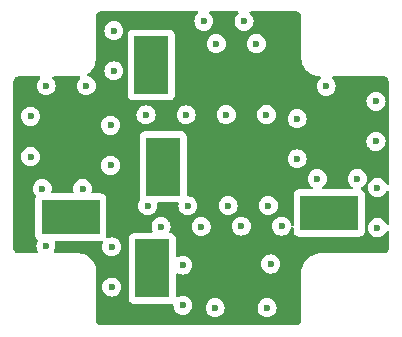
<source format=gbr>
%TF.GenerationSoftware,KiCad,Pcbnew,8.0.7*%
%TF.CreationDate,2025-04-11T02:00:03-04:00*%
%TF.ProjectId,1M_4F,314d5f34-462e-46b6-9963-61645f706362,rev?*%
%TF.SameCoordinates,Original*%
%TF.FileFunction,Copper,L5,Inr*%
%TF.FilePolarity,Positive*%
%FSLAX46Y46*%
G04 Gerber Fmt 4.6, Leading zero omitted, Abs format (unit mm)*
G04 Created by KiCad (PCBNEW 8.0.7) date 2025-04-11 02:00:03*
%MOMM*%
%LPD*%
G01*
G04 APERTURE LIST*
%TA.AperFunction,ComponentPad*%
%ADD10R,3.000000X5.000000*%
%TD*%
%TA.AperFunction,ComponentPad*%
%ADD11R,5.000000X3.000000*%
%TD*%
%TA.AperFunction,ViaPad*%
%ADD12C,0.600000*%
%TD*%
G04 APERTURE END LIST*
D10*
%TO.N,Net-(J1-Pin_1)*%
%TO.C,J1*%
X97207100Y-47653300D03*
D11*
%TO.N,GND*%
X102844600Y-47040800D03*
%TD*%
%TO.N,Net-(J1-Pin_1)*%
%TO.C,J5*%
X89387500Y-51925000D03*
D10*
%TO.N,GND*%
X90000000Y-45287500D03*
%TD*%
%TO.N,Net-(J1-Pin_1)*%
%TO.C,J3*%
X96275000Y-56262500D03*
D11*
%TO.N,GND*%
X102912500Y-56875000D03*
%TD*%
%TO.N,Net-(J1-Pin_1)*%
%TO.C,J4*%
X111262500Y-51575000D03*
D10*
%TO.N,GND*%
X111875000Y-44937500D03*
%TD*%
%TO.N,Net-(J1-Pin_1)*%
%TO.C,J2*%
X96200000Y-39050000D03*
D11*
%TO.N,GND*%
X102837500Y-39662500D03*
%TD*%
D12*
%TO.N,GND*%
X103600000Y-59600000D03*
X108550000Y-48675000D03*
X100000000Y-37250000D03*
X94200000Y-50975000D03*
X93025000Y-37850000D03*
X94050000Y-43275000D03*
X85975000Y-45100000D03*
X98750000Y-57675000D03*
X104400000Y-50950000D03*
X105525000Y-52700000D03*
X89950000Y-54400000D03*
X92750000Y-45850000D03*
X98950000Y-35350000D03*
X95325000Y-52725000D03*
X115350000Y-51125000D03*
X115225000Y-43825000D03*
X115225000Y-47225000D03*
X92750000Y-49250000D03*
X108550000Y-45300000D03*
X100850000Y-43250000D03*
X111950000Y-48675000D03*
X103400000Y-37250000D03*
X97450000Y-43275000D03*
X102125000Y-52700000D03*
X85275000Y-49525000D03*
X97600000Y-50975000D03*
X89000000Y-40800000D03*
X93025000Y-41250000D03*
X92850000Y-59550000D03*
X115350000Y-54525000D03*
X104250000Y-43250000D03*
X112700000Y-40850000D03*
X106300000Y-57600000D03*
X102350000Y-35350000D03*
X88675000Y-49525000D03*
X92850000Y-56150000D03*
X101000000Y-50950000D03*
X108550000Y-41900000D03*
X98725000Y-52725000D03*
X85600000Y-40800000D03*
%TO.N,Net-(J1-Pin_1)*%
X98875000Y-59400000D03*
X102550000Y-43250000D03*
X93025000Y-39550000D03*
X115350000Y-52825000D03*
X100425000Y-52725000D03*
X92750000Y-44150000D03*
X102700000Y-50950000D03*
X105950000Y-43250000D03*
X92850000Y-54450000D03*
X97025000Y-52725000D03*
X108550000Y-47000000D03*
X92850000Y-57850000D03*
X85975000Y-46800000D03*
X106100000Y-50950000D03*
X87300000Y-40800000D03*
X95750000Y-43275000D03*
X87275000Y-54375000D03*
X110250000Y-48675000D03*
X100650000Y-35350000D03*
X106300000Y-55900000D03*
X111000000Y-40850000D03*
X93025000Y-36150000D03*
X103825000Y-52700000D03*
X108550000Y-43600000D03*
X86975000Y-49525000D03*
X115350000Y-49425000D03*
X95900000Y-50975000D03*
X99150000Y-43275000D03*
X92750000Y-47550000D03*
X99300000Y-50975000D03*
X107225000Y-52700000D03*
X106000000Y-59600000D03*
X115225000Y-45525000D03*
X115225000Y-42125000D03*
X90375000Y-49525000D03*
X105100000Y-37250000D03*
X98875000Y-56000000D03*
X90700000Y-40800000D03*
X104050000Y-35350000D03*
X113650000Y-48675000D03*
X101600000Y-59600000D03*
X101700000Y-37250000D03*
X85975000Y-43400000D03*
%TD*%
%TA.AperFunction,Conductor*%
%TO.N,GND*%
G36*
X100135881Y-34520185D02*
G01*
X100181636Y-34572989D01*
X100191580Y-34642147D01*
X100162555Y-34705703D01*
X100152631Y-34715229D01*
X100152662Y-34715260D01*
X100020184Y-34847737D01*
X99924211Y-35000476D01*
X99864631Y-35170745D01*
X99864630Y-35170750D01*
X99844435Y-35349996D01*
X99844435Y-35350003D01*
X99864630Y-35529249D01*
X99864631Y-35529254D01*
X99924211Y-35699523D01*
X99987646Y-35800478D01*
X100020184Y-35852262D01*
X100147738Y-35979816D01*
X100238080Y-36036582D01*
X100268837Y-36055908D01*
X100300478Y-36075789D01*
X100387399Y-36106204D01*
X100470745Y-36135368D01*
X100470750Y-36135369D01*
X100649996Y-36155565D01*
X100650000Y-36155565D01*
X100650004Y-36155565D01*
X100829249Y-36135369D01*
X100829252Y-36135368D01*
X100829255Y-36135368D01*
X100999522Y-36075789D01*
X101152262Y-35979816D01*
X101279816Y-35852262D01*
X101375789Y-35699522D01*
X101435368Y-35529255D01*
X101447204Y-35424211D01*
X101455565Y-35350003D01*
X101455565Y-35349996D01*
X101435369Y-35170750D01*
X101435368Y-35170745D01*
X101375788Y-35000476D01*
X101334086Y-34934108D01*
X101279816Y-34847738D01*
X101152262Y-34720184D01*
X101147338Y-34715260D01*
X101148609Y-34713988D01*
X101113705Y-34664260D01*
X101110855Y-34594448D01*
X101146200Y-34534178D01*
X101208518Y-34502584D01*
X101231158Y-34500500D01*
X103468842Y-34500500D01*
X103535881Y-34520185D01*
X103581636Y-34572989D01*
X103591580Y-34642147D01*
X103562555Y-34705703D01*
X103552631Y-34715229D01*
X103552662Y-34715260D01*
X103420184Y-34847737D01*
X103324211Y-35000476D01*
X103264631Y-35170745D01*
X103264630Y-35170750D01*
X103244435Y-35349996D01*
X103244435Y-35350003D01*
X103264630Y-35529249D01*
X103264631Y-35529254D01*
X103324211Y-35699523D01*
X103387646Y-35800478D01*
X103420184Y-35852262D01*
X103547738Y-35979816D01*
X103638080Y-36036582D01*
X103668837Y-36055908D01*
X103700478Y-36075789D01*
X103787399Y-36106204D01*
X103870745Y-36135368D01*
X103870750Y-36135369D01*
X104049996Y-36155565D01*
X104050000Y-36155565D01*
X104050004Y-36155565D01*
X104229249Y-36135369D01*
X104229252Y-36135368D01*
X104229255Y-36135368D01*
X104399522Y-36075789D01*
X104552262Y-35979816D01*
X104679816Y-35852262D01*
X104775789Y-35699522D01*
X104835368Y-35529255D01*
X104847204Y-35424211D01*
X104855565Y-35350003D01*
X104855565Y-35349996D01*
X104835369Y-35170750D01*
X104835368Y-35170745D01*
X104775788Y-35000476D01*
X104734086Y-34934108D01*
X104679816Y-34847738D01*
X104552262Y-34720184D01*
X104547338Y-34715260D01*
X104548609Y-34713988D01*
X104513705Y-34664260D01*
X104510855Y-34594448D01*
X104546200Y-34534178D01*
X104608518Y-34502584D01*
X104631158Y-34500500D01*
X108334108Y-34500500D01*
X108393038Y-34500500D01*
X108406922Y-34501280D01*
X108497266Y-34511459D01*
X108524331Y-34517636D01*
X108603540Y-34545352D01*
X108628553Y-34557398D01*
X108699606Y-34602043D01*
X108721313Y-34619355D01*
X108780644Y-34678686D01*
X108797957Y-34700395D01*
X108842600Y-34771444D01*
X108854648Y-34796462D01*
X108882362Y-34875666D01*
X108888540Y-34902735D01*
X108898720Y-34993076D01*
X108899500Y-35006961D01*
X108899500Y-38514469D01*
X108932080Y-38741075D01*
X108932083Y-38741085D01*
X108996583Y-38960751D01*
X109091680Y-39168985D01*
X109091693Y-39169008D01*
X109215456Y-39361587D01*
X109215460Y-39361593D01*
X109365384Y-39534615D01*
X109538406Y-39684539D01*
X109538412Y-39684543D01*
X109730991Y-39808306D01*
X109731014Y-39808319D01*
X109939248Y-39903416D01*
X109939252Y-39903417D01*
X109939254Y-39903418D01*
X110158920Y-39967918D01*
X110158921Y-39967918D01*
X110158924Y-39967919D01*
X110226494Y-39977633D01*
X110385530Y-40000500D01*
X110418842Y-40000500D01*
X110485881Y-40020185D01*
X110531636Y-40072989D01*
X110541580Y-40142147D01*
X110512555Y-40205703D01*
X110502631Y-40215229D01*
X110502662Y-40215260D01*
X110370184Y-40347737D01*
X110274211Y-40500476D01*
X110214631Y-40670745D01*
X110214630Y-40670750D01*
X110194435Y-40849996D01*
X110194435Y-40850003D01*
X110214630Y-41029249D01*
X110214631Y-41029254D01*
X110274211Y-41199523D01*
X110338767Y-41302262D01*
X110370184Y-41352262D01*
X110497738Y-41479816D01*
X110650478Y-41575789D01*
X110735573Y-41605565D01*
X110820745Y-41635368D01*
X110820750Y-41635369D01*
X110999996Y-41655565D01*
X111000000Y-41655565D01*
X111000004Y-41655565D01*
X111179249Y-41635369D01*
X111179252Y-41635368D01*
X111179255Y-41635368D01*
X111349522Y-41575789D01*
X111502262Y-41479816D01*
X111629816Y-41352262D01*
X111725789Y-41199522D01*
X111785368Y-41029255D01*
X111791002Y-40979254D01*
X111805565Y-40850003D01*
X111805565Y-40849996D01*
X111785369Y-40670750D01*
X111785368Y-40670745D01*
X111725788Y-40500476D01*
X111684086Y-40434108D01*
X111629816Y-40347738D01*
X111502262Y-40220184D01*
X111497338Y-40215260D01*
X111498609Y-40213988D01*
X111463705Y-40164260D01*
X111460855Y-40094448D01*
X111496200Y-40034178D01*
X111558518Y-40002584D01*
X111581158Y-40000500D01*
X115759108Y-40000500D01*
X115818038Y-40000500D01*
X115831922Y-40001280D01*
X115922266Y-40011459D01*
X115949331Y-40017636D01*
X116028540Y-40045352D01*
X116053553Y-40057398D01*
X116124606Y-40102043D01*
X116146313Y-40119355D01*
X116205644Y-40178686D01*
X116222957Y-40200395D01*
X116267600Y-40271444D01*
X116279648Y-40296462D01*
X116307362Y-40375666D01*
X116313540Y-40402735D01*
X116323720Y-40493076D01*
X116324500Y-40506961D01*
X116324500Y-49056439D01*
X116304815Y-49123478D01*
X116252011Y-49169233D01*
X116182853Y-49179177D01*
X116119297Y-49150152D01*
X116083459Y-49097395D01*
X116075790Y-49075479D01*
X115979815Y-48922737D01*
X115852262Y-48795184D01*
X115699523Y-48699211D01*
X115529254Y-48639631D01*
X115529249Y-48639630D01*
X115350004Y-48619435D01*
X115349996Y-48619435D01*
X115170750Y-48639630D01*
X115170745Y-48639631D01*
X115000476Y-48699211D01*
X114847737Y-48795184D01*
X114720184Y-48922737D01*
X114624211Y-49075476D01*
X114564631Y-49245745D01*
X114564630Y-49245750D01*
X114544435Y-49424996D01*
X114544435Y-49425003D01*
X114564630Y-49604249D01*
X114564631Y-49604254D01*
X114624211Y-49774523D01*
X114687045Y-49874522D01*
X114720184Y-49927262D01*
X114847738Y-50054816D01*
X114938080Y-50111582D01*
X114999438Y-50150136D01*
X115000478Y-50150789D01*
X115091572Y-50182664D01*
X115170745Y-50210368D01*
X115170750Y-50210369D01*
X115349996Y-50230565D01*
X115350000Y-50230565D01*
X115350004Y-50230565D01*
X115529249Y-50210369D01*
X115529252Y-50210368D01*
X115529255Y-50210368D01*
X115699522Y-50150789D01*
X115852262Y-50054816D01*
X115979816Y-49927262D01*
X116075789Y-49774522D01*
X116083458Y-49752606D01*
X116124180Y-49695830D01*
X116189132Y-49670082D01*
X116257694Y-49683538D01*
X116308097Y-49731925D01*
X116324500Y-49793560D01*
X116324500Y-52456439D01*
X116304815Y-52523478D01*
X116252011Y-52569233D01*
X116182853Y-52579177D01*
X116119297Y-52550152D01*
X116083459Y-52497395D01*
X116075790Y-52475479D01*
X116012955Y-52375478D01*
X115979816Y-52322738D01*
X115852262Y-52195184D01*
X115699523Y-52099211D01*
X115529254Y-52039631D01*
X115529249Y-52039630D01*
X115350004Y-52019435D01*
X115349996Y-52019435D01*
X115170750Y-52039630D01*
X115170745Y-52039631D01*
X115000476Y-52099211D01*
X114847737Y-52195184D01*
X114720184Y-52322737D01*
X114624211Y-52475476D01*
X114564631Y-52645745D01*
X114564630Y-52645750D01*
X114544435Y-52824996D01*
X114544435Y-52825003D01*
X114564630Y-53004249D01*
X114564631Y-53004254D01*
X114624211Y-53174523D01*
X114683204Y-53268409D01*
X114720184Y-53327262D01*
X114847738Y-53454816D01*
X115000478Y-53550789D01*
X115071098Y-53575500D01*
X115170745Y-53610368D01*
X115170750Y-53610369D01*
X115349996Y-53630565D01*
X115350000Y-53630565D01*
X115350004Y-53630565D01*
X115529249Y-53610369D01*
X115529252Y-53610368D01*
X115529255Y-53610368D01*
X115699522Y-53550789D01*
X115852262Y-53454816D01*
X115979816Y-53327262D01*
X116075789Y-53174522D01*
X116083458Y-53152606D01*
X116124180Y-53095830D01*
X116189132Y-53070082D01*
X116257694Y-53083538D01*
X116308097Y-53131925D01*
X116324500Y-53193560D01*
X116324500Y-54493038D01*
X116323720Y-54506923D01*
X116313540Y-54597264D01*
X116307362Y-54624333D01*
X116279648Y-54703537D01*
X116267600Y-54728555D01*
X116222957Y-54799604D01*
X116205644Y-54821313D01*
X116146313Y-54880644D01*
X116124604Y-54897957D01*
X116053555Y-54942600D01*
X116028537Y-54954648D01*
X115949333Y-54982362D01*
X115922264Y-54988540D01*
X115842075Y-54997576D01*
X115831921Y-54998720D01*
X115818038Y-54999500D01*
X115759108Y-54999500D01*
X115759106Y-54999500D01*
X115759034Y-54999510D01*
X115742847Y-55000571D01*
X110583899Y-55000571D01*
X110583871Y-55000569D01*
X110560716Y-55000569D01*
X110560712Y-55000568D01*
X110394886Y-55000571D01*
X110394878Y-55000572D01*
X110168289Y-55033157D01*
X110168288Y-55033157D01*
X109948620Y-55097661D01*
X109740373Y-55192767D01*
X109740367Y-55192771D01*
X109547785Y-55316537D01*
X109547781Y-55316540D01*
X109374761Y-55466463D01*
X109224839Y-55639482D01*
X109101070Y-55832069D01*
X109101061Y-55832087D01*
X109005960Y-56040323D01*
X108965164Y-56179254D01*
X108951057Y-56227297D01*
X108941458Y-56259985D01*
X108941455Y-56259996D01*
X108908872Y-56486579D01*
X108908556Y-56491005D01*
X108907945Y-56490961D01*
X108904647Y-56515964D01*
X108899501Y-56535171D01*
X108899500Y-56535180D01*
X108899500Y-60593038D01*
X108898720Y-60606923D01*
X108888540Y-60697264D01*
X108882362Y-60724333D01*
X108854648Y-60803537D01*
X108842600Y-60828555D01*
X108797957Y-60899604D01*
X108780644Y-60921313D01*
X108721313Y-60980644D01*
X108699604Y-60997957D01*
X108628555Y-61042600D01*
X108603537Y-61054648D01*
X108524333Y-61082362D01*
X108497264Y-61088540D01*
X108417075Y-61097576D01*
X108406921Y-61098720D01*
X108393038Y-61099500D01*
X92006962Y-61099500D01*
X91993078Y-61098720D01*
X91980553Y-61097308D01*
X91902735Y-61088540D01*
X91875666Y-61082362D01*
X91796462Y-61054648D01*
X91771444Y-61042600D01*
X91700395Y-60997957D01*
X91678686Y-60980644D01*
X91619355Y-60921313D01*
X91602042Y-60899604D01*
X91557399Y-60828555D01*
X91545351Y-60803537D01*
X91517637Y-60724333D01*
X91511459Y-60697263D01*
X91501280Y-60606922D01*
X91500500Y-60593038D01*
X91500500Y-57849996D01*
X92044435Y-57849996D01*
X92044435Y-57850003D01*
X92064630Y-58029249D01*
X92064631Y-58029254D01*
X92124211Y-58199523D01*
X92220184Y-58352262D01*
X92347738Y-58479816D01*
X92500478Y-58575789D01*
X92611479Y-58614630D01*
X92670745Y-58635368D01*
X92670750Y-58635369D01*
X92849996Y-58655565D01*
X92850000Y-58655565D01*
X92850004Y-58655565D01*
X93029249Y-58635369D01*
X93029252Y-58635368D01*
X93029255Y-58635368D01*
X93199522Y-58575789D01*
X93352262Y-58479816D01*
X93479816Y-58352262D01*
X93575789Y-58199522D01*
X93635368Y-58029255D01*
X93655565Y-57850000D01*
X93635368Y-57670745D01*
X93575789Y-57500478D01*
X93479816Y-57347738D01*
X93352262Y-57220184D01*
X93199523Y-57124211D01*
X93029254Y-57064631D01*
X93029249Y-57064630D01*
X92850004Y-57044435D01*
X92849996Y-57044435D01*
X92670750Y-57064630D01*
X92670745Y-57064631D01*
X92500476Y-57124211D01*
X92347737Y-57220184D01*
X92220184Y-57347737D01*
X92124211Y-57500476D01*
X92064631Y-57670745D01*
X92064630Y-57670750D01*
X92044435Y-57849996D01*
X91500500Y-57849996D01*
X91500500Y-56618249D01*
X91504723Y-56586162D01*
X91509871Y-56566949D01*
X91509870Y-56552478D01*
X91509929Y-56552275D01*
X91509928Y-56501056D01*
X91509929Y-56501056D01*
X91509926Y-56393736D01*
X91479373Y-56181282D01*
X91418896Y-55975338D01*
X91329726Y-55780097D01*
X91213677Y-55599534D01*
X91073113Y-55437324D01*
X91073111Y-55437322D01*
X90910897Y-55296771D01*
X90910892Y-55296768D01*
X90730331Y-55180735D01*
X90730328Y-55180733D01*
X90719501Y-55175789D01*
X90703459Y-55168463D01*
X90535076Y-55091570D01*
X90329133Y-55031108D01*
X90116680Y-55000568D01*
X90116674Y-55000568D01*
X90009353Y-55000571D01*
X88051697Y-55000571D01*
X87984658Y-54980886D01*
X87938903Y-54928082D01*
X87928959Y-54858924D01*
X87946703Y-54810599D01*
X87953612Y-54799604D01*
X88000789Y-54724522D01*
X88060368Y-54554255D01*
X88066481Y-54500000D01*
X88080565Y-54375003D01*
X88080565Y-54374996D01*
X88060369Y-54195750D01*
X88060368Y-54195745D01*
X88027029Y-54100469D01*
X88023524Y-54090453D01*
X88019964Y-54020675D01*
X88054693Y-53960047D01*
X88116686Y-53927820D01*
X88140567Y-53925499D01*
X91935371Y-53925499D01*
X91935372Y-53925499D01*
X91994983Y-53919091D01*
X91994984Y-53919090D01*
X92001650Y-53918374D01*
X92070410Y-53930781D01*
X92121546Y-53978391D01*
X92138825Y-54046091D01*
X92126624Y-54095465D01*
X92124213Y-54100469D01*
X92064631Y-54270745D01*
X92064630Y-54270750D01*
X92044435Y-54449996D01*
X92044435Y-54450003D01*
X92064630Y-54629249D01*
X92064631Y-54629254D01*
X92124211Y-54799523D01*
X92173058Y-54877262D01*
X92220184Y-54952262D01*
X92347738Y-55079816D01*
X92438080Y-55136582D01*
X92497966Y-55174211D01*
X92500478Y-55175789D01*
X92611479Y-55214630D01*
X92670745Y-55235368D01*
X92670750Y-55235369D01*
X92849996Y-55255565D01*
X92850000Y-55255565D01*
X92850004Y-55255565D01*
X93029249Y-55235369D01*
X93029252Y-55235368D01*
X93029255Y-55235368D01*
X93199522Y-55175789D01*
X93352262Y-55079816D01*
X93479816Y-54952262D01*
X93575789Y-54799522D01*
X93635368Y-54629255D01*
X93637840Y-54607318D01*
X93655565Y-54450003D01*
X93655565Y-54449996D01*
X93635369Y-54270750D01*
X93635368Y-54270745D01*
X93575788Y-54100476D01*
X93525645Y-54020675D01*
X93479816Y-53947738D01*
X93352262Y-53820184D01*
X93292357Y-53782543D01*
X93199523Y-53724211D01*
X93172157Y-53714635D01*
X94274500Y-53714635D01*
X94274500Y-58810370D01*
X94274501Y-58810376D01*
X94280908Y-58869983D01*
X94331202Y-59004828D01*
X94331206Y-59004835D01*
X94417452Y-59120044D01*
X94417455Y-59120047D01*
X94532664Y-59206293D01*
X94532671Y-59206297D01*
X94667517Y-59256591D01*
X94667516Y-59256591D01*
X94674444Y-59257335D01*
X94727127Y-59263000D01*
X97822872Y-59262999D01*
X97873026Y-59257607D01*
X97882484Y-59256591D01*
X97891966Y-59253053D01*
X97905342Y-59248064D01*
X97975032Y-59243078D01*
X98036356Y-59276561D01*
X98069843Y-59337883D01*
X98071899Y-59378125D01*
X98069435Y-59400000D01*
X98069435Y-59400003D01*
X98089630Y-59579249D01*
X98089631Y-59579254D01*
X98149211Y-59749523D01*
X98245184Y-59902262D01*
X98372738Y-60029816D01*
X98525478Y-60125789D01*
X98695745Y-60185368D01*
X98695750Y-60185369D01*
X98874996Y-60205565D01*
X98875000Y-60205565D01*
X98875004Y-60205565D01*
X99054249Y-60185369D01*
X99054252Y-60185368D01*
X99054255Y-60185368D01*
X99224522Y-60125789D01*
X99377262Y-60029816D01*
X99504816Y-59902262D01*
X99600789Y-59749522D01*
X99653110Y-59599996D01*
X100794435Y-59599996D01*
X100794435Y-59600003D01*
X100814630Y-59779249D01*
X100814631Y-59779254D01*
X100874211Y-59949523D01*
X100924662Y-60029815D01*
X100970184Y-60102262D01*
X101097738Y-60229816D01*
X101250478Y-60325789D01*
X101420745Y-60385368D01*
X101420750Y-60385369D01*
X101599996Y-60405565D01*
X101600000Y-60405565D01*
X101600004Y-60405565D01*
X101779249Y-60385369D01*
X101779252Y-60385368D01*
X101779255Y-60385368D01*
X101949522Y-60325789D01*
X102102262Y-60229816D01*
X102229816Y-60102262D01*
X102325789Y-59949522D01*
X102385368Y-59779255D01*
X102405565Y-59600000D01*
X102405565Y-59599996D01*
X105194435Y-59599996D01*
X105194435Y-59600003D01*
X105214630Y-59779249D01*
X105214631Y-59779254D01*
X105274211Y-59949523D01*
X105324662Y-60029815D01*
X105370184Y-60102262D01*
X105497738Y-60229816D01*
X105650478Y-60325789D01*
X105820745Y-60385368D01*
X105820750Y-60385369D01*
X105999996Y-60405565D01*
X106000000Y-60405565D01*
X106000004Y-60405565D01*
X106179249Y-60385369D01*
X106179252Y-60385368D01*
X106179255Y-60385368D01*
X106349522Y-60325789D01*
X106502262Y-60229816D01*
X106629816Y-60102262D01*
X106725789Y-59949522D01*
X106785368Y-59779255D01*
X106805565Y-59600000D01*
X106785368Y-59420745D01*
X106725789Y-59250478D01*
X106707106Y-59220745D01*
X106648726Y-59127833D01*
X106629816Y-59097738D01*
X106502262Y-58970184D01*
X106349523Y-58874211D01*
X106179254Y-58814631D01*
X106179249Y-58814630D01*
X106000004Y-58794435D01*
X105999996Y-58794435D01*
X105820750Y-58814630D01*
X105820745Y-58814631D01*
X105650476Y-58874211D01*
X105497737Y-58970184D01*
X105370184Y-59097737D01*
X105274211Y-59250476D01*
X105214631Y-59420745D01*
X105214630Y-59420750D01*
X105194435Y-59599996D01*
X102405565Y-59599996D01*
X102385368Y-59420745D01*
X102325789Y-59250478D01*
X102307106Y-59220745D01*
X102248726Y-59127833D01*
X102229816Y-59097738D01*
X102102262Y-58970184D01*
X101949523Y-58874211D01*
X101779254Y-58814631D01*
X101779249Y-58814630D01*
X101600004Y-58794435D01*
X101599996Y-58794435D01*
X101420750Y-58814630D01*
X101420745Y-58814631D01*
X101250476Y-58874211D01*
X101097737Y-58970184D01*
X100970184Y-59097737D01*
X100874211Y-59250476D01*
X100814631Y-59420745D01*
X100814630Y-59420750D01*
X100794435Y-59599996D01*
X99653110Y-59599996D01*
X99660368Y-59579255D01*
X99680565Y-59400000D01*
X99678100Y-59378125D01*
X99660369Y-59220750D01*
X99660368Y-59220745D01*
X99617326Y-59097738D01*
X99600789Y-59050478D01*
X99504816Y-58897738D01*
X99377262Y-58770184D01*
X99284528Y-58711915D01*
X99224523Y-58674211D01*
X99054254Y-58614631D01*
X99054249Y-58614630D01*
X98875004Y-58594435D01*
X98874996Y-58594435D01*
X98695750Y-58614630D01*
X98695745Y-58614631D01*
X98525474Y-58674212D01*
X98465470Y-58711915D01*
X98398233Y-58730915D01*
X98331398Y-58710547D01*
X98286185Y-58657279D01*
X98275499Y-58606925D01*
X98275499Y-56793077D01*
X98295184Y-56726039D01*
X98347988Y-56680284D01*
X98417146Y-56670340D01*
X98465470Y-56688083D01*
X98525478Y-56725789D01*
X98695745Y-56785368D01*
X98695750Y-56785369D01*
X98874996Y-56805565D01*
X98875000Y-56805565D01*
X98875004Y-56805565D01*
X99054249Y-56785369D01*
X99054252Y-56785368D01*
X99054255Y-56785368D01*
X99224522Y-56725789D01*
X99377262Y-56629816D01*
X99504816Y-56502262D01*
X99600789Y-56349522D01*
X99660368Y-56179255D01*
X99668110Y-56110543D01*
X99680565Y-56000003D01*
X99680565Y-55999996D01*
X99669298Y-55899996D01*
X105494435Y-55899996D01*
X105494435Y-55900003D01*
X105514630Y-56079249D01*
X105514631Y-56079254D01*
X105574211Y-56249523D01*
X105580785Y-56259985D01*
X105670184Y-56402262D01*
X105797738Y-56529816D01*
X105950478Y-56625789D01*
X106106216Y-56680284D01*
X106120745Y-56685368D01*
X106120750Y-56685369D01*
X106299996Y-56705565D01*
X106300000Y-56705565D01*
X106300004Y-56705565D01*
X106479249Y-56685369D01*
X106479252Y-56685368D01*
X106479255Y-56685368D01*
X106649522Y-56625789D01*
X106802262Y-56529816D01*
X106929816Y-56402262D01*
X107025789Y-56249522D01*
X107085368Y-56079255D01*
X107094121Y-56001571D01*
X107105565Y-55900003D01*
X107105565Y-55899996D01*
X107085369Y-55720750D01*
X107085368Y-55720745D01*
X107079607Y-55704281D01*
X107025789Y-55550478D01*
X106929816Y-55397738D01*
X106802262Y-55270184D01*
X106778996Y-55255565D01*
X106649523Y-55174211D01*
X106479254Y-55114631D01*
X106479249Y-55114630D01*
X106300004Y-55094435D01*
X106299996Y-55094435D01*
X106120750Y-55114630D01*
X106120745Y-55114631D01*
X105950476Y-55174211D01*
X105797737Y-55270184D01*
X105670184Y-55397737D01*
X105574211Y-55550476D01*
X105514631Y-55720745D01*
X105514630Y-55720750D01*
X105494435Y-55899996D01*
X99669298Y-55899996D01*
X99660369Y-55820750D01*
X99660368Y-55820745D01*
X99600788Y-55650476D01*
X99537955Y-55550478D01*
X99504816Y-55497738D01*
X99377262Y-55370184D01*
X99314766Y-55330915D01*
X99224523Y-55274211D01*
X99054254Y-55214631D01*
X99054249Y-55214630D01*
X98875004Y-55194435D01*
X98874996Y-55194435D01*
X98695750Y-55214630D01*
X98695745Y-55214631D01*
X98525474Y-55274212D01*
X98465470Y-55311915D01*
X98398233Y-55330915D01*
X98331398Y-55310547D01*
X98286185Y-55257279D01*
X98275499Y-55206921D01*
X98275499Y-53714629D01*
X98275498Y-53714623D01*
X98275497Y-53714616D01*
X98269091Y-53655017D01*
X98265144Y-53644435D01*
X98218797Y-53520171D01*
X98218793Y-53520164D01*
X98132547Y-53404955D01*
X98132544Y-53404952D01*
X98017335Y-53318706D01*
X98017328Y-53318702D01*
X97882482Y-53268408D01*
X97882484Y-53268408D01*
X97842333Y-53264092D01*
X97777782Y-53237354D01*
X97737934Y-53179961D01*
X97735441Y-53110136D01*
X97747989Y-53080901D01*
X97747769Y-53080795D01*
X97750217Y-53075710D01*
X97750596Y-53074829D01*
X97750789Y-53074522D01*
X97810368Y-52904255D01*
X97813185Y-52879254D01*
X97830565Y-52725003D01*
X97830565Y-52724996D01*
X99619435Y-52724996D01*
X99619435Y-52725003D01*
X99639630Y-52904249D01*
X99639631Y-52904254D01*
X99699211Y-53074523D01*
X99779475Y-53202262D01*
X99795184Y-53227262D01*
X99922738Y-53354816D01*
X100075478Y-53450789D01*
X100174299Y-53485368D01*
X100245745Y-53510368D01*
X100245750Y-53510369D01*
X100424996Y-53530565D01*
X100425000Y-53530565D01*
X100425004Y-53530565D01*
X100604249Y-53510369D01*
X100604252Y-53510368D01*
X100604255Y-53510368D01*
X100774522Y-53450789D01*
X100927262Y-53354816D01*
X101054816Y-53227262D01*
X101150789Y-53074522D01*
X101210368Y-52904255D01*
X101213185Y-52879254D01*
X101230565Y-52725003D01*
X101230565Y-52724996D01*
X101227748Y-52699996D01*
X103019435Y-52699996D01*
X103019435Y-52700003D01*
X103039630Y-52879249D01*
X103039631Y-52879254D01*
X103099211Y-53049523D01*
X103150988Y-53131925D01*
X103195184Y-53202262D01*
X103322738Y-53329816D01*
X103475478Y-53425789D01*
X103610045Y-53472876D01*
X103645745Y-53485368D01*
X103645750Y-53485369D01*
X103824996Y-53505565D01*
X103825000Y-53505565D01*
X103825004Y-53505565D01*
X104004249Y-53485369D01*
X104004252Y-53485368D01*
X104004255Y-53485368D01*
X104174522Y-53425789D01*
X104327262Y-53329816D01*
X104454816Y-53202262D01*
X104550789Y-53049522D01*
X104610368Y-52879255D01*
X104616481Y-52825000D01*
X104630565Y-52700003D01*
X104630565Y-52699996D01*
X106419435Y-52699996D01*
X106419435Y-52700003D01*
X106439630Y-52879249D01*
X106439631Y-52879254D01*
X106499211Y-53049523D01*
X106550988Y-53131925D01*
X106595184Y-53202262D01*
X106722738Y-53329816D01*
X106875478Y-53425789D01*
X107010045Y-53472876D01*
X107045745Y-53485368D01*
X107045750Y-53485369D01*
X107224996Y-53505565D01*
X107225000Y-53505565D01*
X107225004Y-53505565D01*
X107404249Y-53485369D01*
X107404252Y-53485368D01*
X107404255Y-53485368D01*
X107574522Y-53425789D01*
X107727262Y-53329816D01*
X107854816Y-53202262D01*
X107950789Y-53049522D01*
X108010368Y-52879255D01*
X108014780Y-52840092D01*
X108041845Y-52775682D01*
X108099439Y-52736125D01*
X108169276Y-52733986D01*
X108229183Y-52769943D01*
X108260140Y-52832580D01*
X108262000Y-52853977D01*
X108262000Y-53122870D01*
X108262001Y-53122876D01*
X108268408Y-53182483D01*
X108318702Y-53317328D01*
X108318706Y-53317335D01*
X108404952Y-53432544D01*
X108404955Y-53432547D01*
X108520164Y-53518793D01*
X108520171Y-53518797D01*
X108655017Y-53569091D01*
X108655016Y-53569091D01*
X108661944Y-53569835D01*
X108714627Y-53575500D01*
X113810372Y-53575499D01*
X113869983Y-53569091D01*
X114004831Y-53518796D01*
X114120046Y-53432546D01*
X114206296Y-53317331D01*
X114256591Y-53182483D01*
X114263000Y-53122873D01*
X114262999Y-50027128D01*
X114256591Y-49967517D01*
X114206296Y-49832669D01*
X114206295Y-49832668D01*
X114206293Y-49832664D01*
X114120047Y-49717455D01*
X114120044Y-49717452D01*
X114004835Y-49631206D01*
X114004824Y-49631200D01*
X114004791Y-49631188D01*
X114004762Y-49631166D01*
X113997046Y-49626953D01*
X113997652Y-49625843D01*
X113948860Y-49589313D01*
X113924447Y-49523847D01*
X113939304Y-49455575D01*
X113988712Y-49406173D01*
X113994336Y-49403286D01*
X113999514Y-49400791D01*
X113999522Y-49400789D01*
X114152262Y-49304816D01*
X114279816Y-49177262D01*
X114375789Y-49024522D01*
X114435368Y-48854255D01*
X114448283Y-48739630D01*
X114455565Y-48675003D01*
X114455565Y-48674996D01*
X114435369Y-48495750D01*
X114435368Y-48495745D01*
X114379250Y-48335369D01*
X114375789Y-48325478D01*
X114279816Y-48172738D01*
X114152262Y-48045184D01*
X113999523Y-47949211D01*
X113829254Y-47889631D01*
X113829249Y-47889630D01*
X113650004Y-47869435D01*
X113649996Y-47869435D01*
X113470750Y-47889630D01*
X113470745Y-47889631D01*
X113300476Y-47949211D01*
X113147737Y-48045184D01*
X113020184Y-48172737D01*
X112924211Y-48325476D01*
X112864631Y-48495745D01*
X112864630Y-48495750D01*
X112844435Y-48674996D01*
X112844435Y-48675003D01*
X112864630Y-48854249D01*
X112864631Y-48854254D01*
X112924211Y-49024523D01*
X113020184Y-49177262D01*
X113147739Y-49304817D01*
X113212496Y-49345507D01*
X113258787Y-49397842D01*
X113269434Y-49466895D01*
X113241059Y-49530743D01*
X113182669Y-49569115D01*
X113146523Y-49574500D01*
X110753475Y-49574500D01*
X110686436Y-49554815D01*
X110640681Y-49502011D01*
X110630737Y-49432853D01*
X110659762Y-49369297D01*
X110687504Y-49345506D01*
X110752259Y-49304818D01*
X110752259Y-49304817D01*
X110752262Y-49304816D01*
X110879816Y-49177262D01*
X110975789Y-49024522D01*
X111035368Y-48854255D01*
X111048283Y-48739630D01*
X111055565Y-48675003D01*
X111055565Y-48674996D01*
X111035369Y-48495750D01*
X111035368Y-48495745D01*
X110979250Y-48335369D01*
X110975789Y-48325478D01*
X110879816Y-48172738D01*
X110752262Y-48045184D01*
X110599523Y-47949211D01*
X110429254Y-47889631D01*
X110429249Y-47889630D01*
X110250004Y-47869435D01*
X110249996Y-47869435D01*
X110070750Y-47889630D01*
X110070745Y-47889631D01*
X109900476Y-47949211D01*
X109747737Y-48045184D01*
X109620184Y-48172737D01*
X109524211Y-48325476D01*
X109464631Y-48495745D01*
X109464630Y-48495750D01*
X109444435Y-48674996D01*
X109444435Y-48675003D01*
X109464630Y-48854249D01*
X109464631Y-48854254D01*
X109524211Y-49024523D01*
X109620184Y-49177262D01*
X109747740Y-49304818D01*
X109812496Y-49345506D01*
X109858788Y-49397840D01*
X109869437Y-49466894D01*
X109841062Y-49530742D01*
X109782672Y-49569114D01*
X109746525Y-49574500D01*
X108714629Y-49574500D01*
X108714623Y-49574501D01*
X108655016Y-49580908D01*
X108520171Y-49631202D01*
X108520164Y-49631206D01*
X108404955Y-49717452D01*
X108404952Y-49717455D01*
X108318706Y-49832664D01*
X108318702Y-49832671D01*
X108268408Y-49967517D01*
X108262001Y-50027116D01*
X108262001Y-50027123D01*
X108262000Y-50027135D01*
X108262000Y-52546021D01*
X108242315Y-52613060D01*
X108189511Y-52658815D01*
X108120353Y-52668759D01*
X108056797Y-52639734D01*
X108019023Y-52580956D01*
X108014781Y-52559912D01*
X108010368Y-52520745D01*
X107950789Y-52350478D01*
X107854816Y-52197738D01*
X107727262Y-52070184D01*
X107678639Y-52039632D01*
X107574523Y-51974211D01*
X107404254Y-51914631D01*
X107404249Y-51914630D01*
X107225004Y-51894435D01*
X107224996Y-51894435D01*
X107045750Y-51914630D01*
X107045745Y-51914631D01*
X106875476Y-51974211D01*
X106722737Y-52070184D01*
X106595184Y-52197737D01*
X106499211Y-52350476D01*
X106439631Y-52520745D01*
X106439630Y-52520750D01*
X106419435Y-52699996D01*
X104630565Y-52699996D01*
X104610369Y-52520750D01*
X104610368Y-52520745D01*
X104550788Y-52350476D01*
X104511582Y-52288080D01*
X104454816Y-52197738D01*
X104327262Y-52070184D01*
X104278639Y-52039632D01*
X104174523Y-51974211D01*
X104004254Y-51914631D01*
X104004249Y-51914630D01*
X103825004Y-51894435D01*
X103824996Y-51894435D01*
X103645750Y-51914630D01*
X103645745Y-51914631D01*
X103475476Y-51974211D01*
X103322737Y-52070184D01*
X103195184Y-52197737D01*
X103099211Y-52350476D01*
X103039631Y-52520745D01*
X103039630Y-52520750D01*
X103019435Y-52699996D01*
X101227748Y-52699996D01*
X101210369Y-52545750D01*
X101210368Y-52545745D01*
X101185781Y-52475479D01*
X101150789Y-52375478D01*
X101135080Y-52350478D01*
X101054815Y-52222737D01*
X100927262Y-52095184D01*
X100774523Y-51999211D01*
X100604254Y-51939631D01*
X100604249Y-51939630D01*
X100425004Y-51919435D01*
X100424996Y-51919435D01*
X100245750Y-51939630D01*
X100245745Y-51939631D01*
X100075476Y-51999211D01*
X99922737Y-52095184D01*
X99795184Y-52222737D01*
X99699211Y-52375476D01*
X99639631Y-52545745D01*
X99639630Y-52545750D01*
X99619435Y-52724996D01*
X97830565Y-52724996D01*
X97810369Y-52545750D01*
X97810368Y-52545745D01*
X97785781Y-52475479D01*
X97750789Y-52375478D01*
X97735080Y-52350478D01*
X97654815Y-52222737D01*
X97527262Y-52095184D01*
X97374523Y-51999211D01*
X97204254Y-51939631D01*
X97204249Y-51939630D01*
X97025004Y-51919435D01*
X97024996Y-51919435D01*
X96845750Y-51939630D01*
X96845745Y-51939631D01*
X96675476Y-51999211D01*
X96522737Y-52095184D01*
X96395184Y-52222737D01*
X96299211Y-52375476D01*
X96239631Y-52545745D01*
X96239630Y-52545750D01*
X96219435Y-52724996D01*
X96219435Y-52725003D01*
X96239630Y-52904249D01*
X96239631Y-52904254D01*
X96299213Y-53074529D01*
X96302231Y-53080795D01*
X96300375Y-53081688D01*
X96316642Y-53139281D01*
X96296266Y-53206113D01*
X96242993Y-53251320D01*
X96192649Y-53262000D01*
X94727129Y-53262000D01*
X94727123Y-53262001D01*
X94667516Y-53268408D01*
X94532671Y-53318702D01*
X94532664Y-53318706D01*
X94417455Y-53404952D01*
X94417452Y-53404955D01*
X94331206Y-53520164D01*
X94331202Y-53520171D01*
X94280908Y-53655017D01*
X94274501Y-53714616D01*
X94274501Y-53714623D01*
X94274500Y-53714635D01*
X93172157Y-53714635D01*
X93029254Y-53664631D01*
X93029249Y-53664630D01*
X92850004Y-53644435D01*
X92849996Y-53644435D01*
X92670750Y-53664630D01*
X92670742Y-53664632D01*
X92531019Y-53713523D01*
X92461240Y-53717084D01*
X92400613Y-53682355D01*
X92368386Y-53620361D01*
X92373884Y-53553146D01*
X92374764Y-53550788D01*
X92381591Y-53532483D01*
X92388000Y-53472873D01*
X92387999Y-50974996D01*
X95094435Y-50974996D01*
X95094435Y-50975003D01*
X95114630Y-51154249D01*
X95114631Y-51154254D01*
X95174211Y-51324523D01*
X95254475Y-51452262D01*
X95270184Y-51477262D01*
X95397738Y-51604816D01*
X95550478Y-51700789D01*
X95649299Y-51735368D01*
X95720745Y-51760368D01*
X95720750Y-51760369D01*
X95899996Y-51780565D01*
X95900000Y-51780565D01*
X95900004Y-51780565D01*
X96079249Y-51760369D01*
X96079252Y-51760368D01*
X96079255Y-51760368D01*
X96249522Y-51700789D01*
X96402262Y-51604816D01*
X96529816Y-51477262D01*
X96625789Y-51324522D01*
X96685368Y-51154255D01*
X96688185Y-51129254D01*
X96705565Y-50975003D01*
X96705565Y-50974996D01*
X96684911Y-50791682D01*
X96696966Y-50722860D01*
X96744315Y-50671481D01*
X96808131Y-50653799D01*
X98391869Y-50653799D01*
X98458908Y-50673484D01*
X98504663Y-50726288D01*
X98515089Y-50791682D01*
X98494435Y-50974996D01*
X98494435Y-50975003D01*
X98514630Y-51154249D01*
X98514631Y-51154254D01*
X98574211Y-51324523D01*
X98654475Y-51452262D01*
X98670184Y-51477262D01*
X98797738Y-51604816D01*
X98950478Y-51700789D01*
X99049299Y-51735368D01*
X99120745Y-51760368D01*
X99120750Y-51760369D01*
X99299996Y-51780565D01*
X99300000Y-51780565D01*
X99300004Y-51780565D01*
X99479249Y-51760369D01*
X99479252Y-51760368D01*
X99479255Y-51760368D01*
X99649522Y-51700789D01*
X99802262Y-51604816D01*
X99929816Y-51477262D01*
X100025789Y-51324522D01*
X100085368Y-51154255D01*
X100088185Y-51129254D01*
X100105565Y-50975003D01*
X100105565Y-50974996D01*
X100102748Y-50949996D01*
X101894435Y-50949996D01*
X101894435Y-50950003D01*
X101914630Y-51129249D01*
X101914631Y-51129254D01*
X101974211Y-51299523D01*
X101989920Y-51324523D01*
X102070184Y-51452262D01*
X102197738Y-51579816D01*
X102350478Y-51675789D01*
X102421924Y-51700789D01*
X102520745Y-51735368D01*
X102520750Y-51735369D01*
X102699996Y-51755565D01*
X102700000Y-51755565D01*
X102700004Y-51755565D01*
X102879249Y-51735369D01*
X102879252Y-51735368D01*
X102879255Y-51735368D01*
X103049522Y-51675789D01*
X103202262Y-51579816D01*
X103329816Y-51452262D01*
X103425789Y-51299522D01*
X103485368Y-51129255D01*
X103502748Y-50975003D01*
X103505565Y-50950003D01*
X103505565Y-50949996D01*
X105294435Y-50949996D01*
X105294435Y-50950003D01*
X105314630Y-51129249D01*
X105314631Y-51129254D01*
X105374211Y-51299523D01*
X105389920Y-51324523D01*
X105470184Y-51452262D01*
X105597738Y-51579816D01*
X105750478Y-51675789D01*
X105821924Y-51700789D01*
X105920745Y-51735368D01*
X105920750Y-51735369D01*
X106099996Y-51755565D01*
X106100000Y-51755565D01*
X106100004Y-51755565D01*
X106279249Y-51735369D01*
X106279252Y-51735368D01*
X106279255Y-51735368D01*
X106449522Y-51675789D01*
X106602262Y-51579816D01*
X106729816Y-51452262D01*
X106825789Y-51299522D01*
X106885368Y-51129255D01*
X106902748Y-50975003D01*
X106905565Y-50950003D01*
X106905565Y-50949996D01*
X106885369Y-50770750D01*
X106885368Y-50770745D01*
X106825788Y-50600476D01*
X106764399Y-50502776D01*
X106729816Y-50447738D01*
X106602262Y-50320184D01*
X106449523Y-50224211D01*
X106279254Y-50164631D01*
X106279249Y-50164630D01*
X106100004Y-50144435D01*
X106099996Y-50144435D01*
X105920750Y-50164630D01*
X105920745Y-50164631D01*
X105750476Y-50224211D01*
X105597737Y-50320184D01*
X105470184Y-50447737D01*
X105374211Y-50600476D01*
X105314631Y-50770745D01*
X105314630Y-50770750D01*
X105294435Y-50949996D01*
X103505565Y-50949996D01*
X103485369Y-50770750D01*
X103485368Y-50770745D01*
X103425788Y-50600476D01*
X103364399Y-50502776D01*
X103329816Y-50447738D01*
X103202262Y-50320184D01*
X103049523Y-50224211D01*
X102879254Y-50164631D01*
X102879249Y-50164630D01*
X102700004Y-50144435D01*
X102699996Y-50144435D01*
X102520750Y-50164630D01*
X102520745Y-50164631D01*
X102350476Y-50224211D01*
X102197737Y-50320184D01*
X102070184Y-50447737D01*
X101974211Y-50600476D01*
X101914631Y-50770745D01*
X101914630Y-50770750D01*
X101894435Y-50949996D01*
X100102748Y-50949996D01*
X100085369Y-50795750D01*
X100085368Y-50795745D01*
X100025788Y-50625476D01*
X99929815Y-50472737D01*
X99802262Y-50345184D01*
X99649523Y-50249211D01*
X99479254Y-50189631D01*
X99479250Y-50189630D01*
X99317715Y-50171430D01*
X99253301Y-50144363D01*
X99213746Y-50086768D01*
X99207599Y-50048210D01*
X99207599Y-46999996D01*
X107744435Y-46999996D01*
X107744435Y-47000003D01*
X107764630Y-47179249D01*
X107764631Y-47179254D01*
X107824211Y-47349523D01*
X107837546Y-47370745D01*
X107920184Y-47502262D01*
X108047738Y-47629816D01*
X108200478Y-47725789D01*
X108370745Y-47785368D01*
X108370750Y-47785369D01*
X108549996Y-47805565D01*
X108550000Y-47805565D01*
X108550004Y-47805565D01*
X108729249Y-47785369D01*
X108729252Y-47785368D01*
X108729255Y-47785368D01*
X108899522Y-47725789D01*
X109052262Y-47629816D01*
X109179816Y-47502262D01*
X109275789Y-47349522D01*
X109335368Y-47179255D01*
X109338718Y-47149522D01*
X109355565Y-47000003D01*
X109355565Y-46999996D01*
X109335369Y-46820750D01*
X109335368Y-46820745D01*
X109315733Y-46764631D01*
X109275789Y-46650478D01*
X109257106Y-46620745D01*
X109179815Y-46497737D01*
X109052262Y-46370184D01*
X108899523Y-46274211D01*
X108729254Y-46214631D01*
X108729249Y-46214630D01*
X108550004Y-46194435D01*
X108549996Y-46194435D01*
X108370750Y-46214630D01*
X108370745Y-46214631D01*
X108200476Y-46274211D01*
X108047737Y-46370184D01*
X107920184Y-46497737D01*
X107824211Y-46650476D01*
X107764631Y-46820745D01*
X107764630Y-46820750D01*
X107744435Y-46999996D01*
X99207599Y-46999996D01*
X99207599Y-45524996D01*
X114419435Y-45524996D01*
X114419435Y-45525003D01*
X114439630Y-45704249D01*
X114439631Y-45704254D01*
X114499211Y-45874523D01*
X114574557Y-45994435D01*
X114595184Y-46027262D01*
X114722738Y-46154816D01*
X114747196Y-46170184D01*
X114817934Y-46214632D01*
X114875478Y-46250789D01*
X115009648Y-46297737D01*
X115045745Y-46310368D01*
X115045750Y-46310369D01*
X115224996Y-46330565D01*
X115225000Y-46330565D01*
X115225004Y-46330565D01*
X115404249Y-46310369D01*
X115404252Y-46310368D01*
X115404255Y-46310368D01*
X115574522Y-46250789D01*
X115727262Y-46154816D01*
X115854816Y-46027262D01*
X115950789Y-45874522D01*
X116010368Y-45704255D01*
X116030565Y-45525000D01*
X116010368Y-45345745D01*
X115950789Y-45175478D01*
X115854816Y-45022738D01*
X115727262Y-44895184D01*
X115696395Y-44875789D01*
X115574523Y-44799211D01*
X115404254Y-44739631D01*
X115404249Y-44739630D01*
X115225004Y-44719435D01*
X115224996Y-44719435D01*
X115045750Y-44739630D01*
X115045745Y-44739631D01*
X114875476Y-44799211D01*
X114722737Y-44895184D01*
X114595184Y-45022737D01*
X114499211Y-45175476D01*
X114439631Y-45345745D01*
X114439630Y-45345750D01*
X114419435Y-45524996D01*
X99207599Y-45524996D01*
X99207599Y-45105429D01*
X99207598Y-45105423D01*
X99207597Y-45105416D01*
X99201191Y-45045817D01*
X99167529Y-44955565D01*
X99150897Y-44910971D01*
X99150893Y-44910964D01*
X99064647Y-44795755D01*
X99064644Y-44795752D01*
X98949435Y-44709506D01*
X98949428Y-44709502D01*
X98814582Y-44659208D01*
X98814583Y-44659208D01*
X98754983Y-44652801D01*
X98754981Y-44652800D01*
X98754973Y-44652800D01*
X98754964Y-44652800D01*
X95659229Y-44652800D01*
X95659223Y-44652801D01*
X95599616Y-44659208D01*
X95464771Y-44709502D01*
X95464764Y-44709506D01*
X95349555Y-44795752D01*
X95349552Y-44795755D01*
X95263306Y-44910964D01*
X95263302Y-44910971D01*
X95213008Y-45045817D01*
X95206601Y-45105416D01*
X95206601Y-45105423D01*
X95206600Y-45105435D01*
X95206600Y-50201170D01*
X95206601Y-50201176D01*
X95213009Y-50260784D01*
X95262497Y-50393472D01*
X95267481Y-50463164D01*
X95251309Y-50502776D01*
X95174211Y-50625476D01*
X95114631Y-50795745D01*
X95114630Y-50795750D01*
X95094435Y-50974996D01*
X92387999Y-50974996D01*
X92387999Y-50377128D01*
X92381591Y-50317517D01*
X92343690Y-50215900D01*
X92331297Y-50182671D01*
X92331293Y-50182664D01*
X92245047Y-50067455D01*
X92245044Y-50067452D01*
X92129835Y-49981206D01*
X92129828Y-49981202D01*
X91994982Y-49930908D01*
X91994983Y-49930908D01*
X91935383Y-49924501D01*
X91935381Y-49924500D01*
X91935373Y-49924500D01*
X91935365Y-49924500D01*
X91258063Y-49924500D01*
X91191024Y-49904815D01*
X91145269Y-49852011D01*
X91135325Y-49782853D01*
X91141022Y-49759545D01*
X91160366Y-49704262D01*
X91160369Y-49704249D01*
X91180565Y-49525003D01*
X91180565Y-49524996D01*
X91160369Y-49345750D01*
X91160368Y-49345745D01*
X91100788Y-49175476D01*
X91037955Y-49075478D01*
X91004816Y-49022738D01*
X90877262Y-48895184D01*
X90812124Y-48854255D01*
X90724523Y-48799211D01*
X90554254Y-48739631D01*
X90554249Y-48739630D01*
X90375004Y-48719435D01*
X90374996Y-48719435D01*
X90195750Y-48739630D01*
X90195745Y-48739631D01*
X90025476Y-48799211D01*
X89872737Y-48895184D01*
X89745184Y-49022737D01*
X89649211Y-49175476D01*
X89589631Y-49345745D01*
X89589630Y-49345750D01*
X89569435Y-49524996D01*
X89569435Y-49525003D01*
X89589630Y-49704249D01*
X89589633Y-49704262D01*
X89608978Y-49759545D01*
X89612540Y-49829324D01*
X89577812Y-49889951D01*
X89515818Y-49922179D01*
X89491937Y-49924500D01*
X87858063Y-49924500D01*
X87791024Y-49904815D01*
X87745269Y-49852011D01*
X87735325Y-49782853D01*
X87741022Y-49759545D01*
X87760366Y-49704262D01*
X87760369Y-49704249D01*
X87780565Y-49525003D01*
X87780565Y-49524996D01*
X87760369Y-49345750D01*
X87760368Y-49345745D01*
X87700788Y-49175476D01*
X87637955Y-49075478D01*
X87604816Y-49022738D01*
X87477262Y-48895184D01*
X87412124Y-48854255D01*
X87324523Y-48799211D01*
X87154254Y-48739631D01*
X87154249Y-48739630D01*
X86975004Y-48719435D01*
X86974996Y-48719435D01*
X86795750Y-48739630D01*
X86795745Y-48739631D01*
X86625476Y-48799211D01*
X86472737Y-48895184D01*
X86345184Y-49022737D01*
X86249211Y-49175476D01*
X86189631Y-49345745D01*
X86189630Y-49345750D01*
X86169435Y-49524996D01*
X86169435Y-49525003D01*
X86189630Y-49704249D01*
X86189631Y-49704254D01*
X86249211Y-49874523D01*
X86345184Y-50027262D01*
X86402808Y-50084886D01*
X86436293Y-50146209D01*
X86431309Y-50215900D01*
X86393408Y-50317517D01*
X86390434Y-50345184D01*
X86387001Y-50377123D01*
X86387000Y-50377135D01*
X86387000Y-53472870D01*
X86387001Y-53472876D01*
X86393408Y-53532483D01*
X86443702Y-53667328D01*
X86443706Y-53667335D01*
X86529951Y-53782543D01*
X86529952Y-53782544D01*
X86529954Y-53782546D01*
X86555385Y-53801584D01*
X86597255Y-53857516D01*
X86602239Y-53927207D01*
X86586067Y-53966821D01*
X86549211Y-54025476D01*
X86489631Y-54195745D01*
X86489630Y-54195750D01*
X86469435Y-54374996D01*
X86469435Y-54375003D01*
X86489630Y-54554249D01*
X86489631Y-54554254D01*
X86549211Y-54724522D01*
X86603297Y-54810599D01*
X86622297Y-54877835D01*
X86601930Y-54944671D01*
X86548662Y-54989885D01*
X86498303Y-55000571D01*
X85082153Y-55000571D01*
X85065966Y-54999510D01*
X85065893Y-54999500D01*
X85065892Y-54999500D01*
X85065890Y-54999500D01*
X85006962Y-54999500D01*
X84993078Y-54998720D01*
X84980553Y-54997308D01*
X84902735Y-54988540D01*
X84875666Y-54982362D01*
X84796462Y-54954648D01*
X84771444Y-54942600D01*
X84700395Y-54897957D01*
X84678686Y-54880644D01*
X84619355Y-54821313D01*
X84602042Y-54799604D01*
X84601990Y-54799522D01*
X84557398Y-54728553D01*
X84545351Y-54703537D01*
X84517637Y-54624333D01*
X84511459Y-54597263D01*
X84506612Y-54554249D01*
X84501280Y-54506922D01*
X84500500Y-54493038D01*
X84500500Y-46799996D01*
X85169435Y-46799996D01*
X85169435Y-46800003D01*
X85189630Y-46979249D01*
X85189631Y-46979254D01*
X85249211Y-47149523D01*
X85345184Y-47302262D01*
X85472738Y-47429816D01*
X85625478Y-47525789D01*
X85694678Y-47550003D01*
X85795745Y-47585368D01*
X85795750Y-47585369D01*
X85974996Y-47605565D01*
X85975000Y-47605565D01*
X85975004Y-47605565D01*
X86154249Y-47585369D01*
X86154252Y-47585368D01*
X86154255Y-47585368D01*
X86255342Y-47549996D01*
X91944435Y-47549996D01*
X91944435Y-47550003D01*
X91964630Y-47729249D01*
X91964631Y-47729254D01*
X92024211Y-47899523D01*
X92115737Y-48045184D01*
X92120184Y-48052262D01*
X92247738Y-48179816D01*
X92400478Y-48275789D01*
X92542475Y-48325476D01*
X92570745Y-48335368D01*
X92570750Y-48335369D01*
X92749996Y-48355565D01*
X92750000Y-48355565D01*
X92750004Y-48355565D01*
X92929249Y-48335369D01*
X92929252Y-48335368D01*
X92929255Y-48335368D01*
X93099522Y-48275789D01*
X93252262Y-48179816D01*
X93379816Y-48052262D01*
X93475789Y-47899522D01*
X93535368Y-47729255D01*
X93546572Y-47629815D01*
X93555565Y-47550003D01*
X93555565Y-47549996D01*
X93535369Y-47370750D01*
X93535368Y-47370745D01*
X93475788Y-47200476D01*
X93379815Y-47047737D01*
X93252262Y-46920184D01*
X93099523Y-46824211D01*
X92929254Y-46764631D01*
X92929249Y-46764630D01*
X92750004Y-46744435D01*
X92749996Y-46744435D01*
X92570750Y-46764630D01*
X92570745Y-46764631D01*
X92400476Y-46824211D01*
X92247737Y-46920184D01*
X92120184Y-47047737D01*
X92024211Y-47200476D01*
X91964631Y-47370745D01*
X91964630Y-47370750D01*
X91944435Y-47549996D01*
X86255342Y-47549996D01*
X86324522Y-47525789D01*
X86477262Y-47429816D01*
X86604816Y-47302262D01*
X86700789Y-47149522D01*
X86760368Y-46979255D01*
X86780565Y-46800000D01*
X86774304Y-46744435D01*
X86760369Y-46620750D01*
X86760368Y-46620745D01*
X86717326Y-46497738D01*
X86700789Y-46450478D01*
X86604816Y-46297738D01*
X86477262Y-46170184D01*
X86452804Y-46154816D01*
X86324523Y-46074211D01*
X86154254Y-46014631D01*
X86154249Y-46014630D01*
X85975004Y-45994435D01*
X85974996Y-45994435D01*
X85795750Y-46014630D01*
X85795745Y-46014631D01*
X85625476Y-46074211D01*
X85472737Y-46170184D01*
X85345184Y-46297737D01*
X85249211Y-46450476D01*
X85189631Y-46620745D01*
X85189630Y-46620750D01*
X85169435Y-46799996D01*
X84500500Y-46799996D01*
X84500500Y-43399996D01*
X85169435Y-43399996D01*
X85169435Y-43400003D01*
X85189630Y-43579249D01*
X85189631Y-43579254D01*
X85249211Y-43749523D01*
X85331080Y-43879815D01*
X85345184Y-43902262D01*
X85472738Y-44029816D01*
X85625478Y-44125789D01*
X85694678Y-44150003D01*
X85795745Y-44185368D01*
X85795750Y-44185369D01*
X85974996Y-44205565D01*
X85975000Y-44205565D01*
X85975004Y-44205565D01*
X86154249Y-44185369D01*
X86154252Y-44185368D01*
X86154255Y-44185368D01*
X86255342Y-44149996D01*
X91944435Y-44149996D01*
X91944435Y-44150003D01*
X91964630Y-44329249D01*
X91964631Y-44329254D01*
X92024211Y-44499523D01*
X92120184Y-44652262D01*
X92247738Y-44779816D01*
X92400478Y-44875789D01*
X92570745Y-44935368D01*
X92570750Y-44935369D01*
X92749996Y-44955565D01*
X92750000Y-44955565D01*
X92750004Y-44955565D01*
X92929249Y-44935369D01*
X92929252Y-44935368D01*
X92929255Y-44935368D01*
X93099522Y-44875789D01*
X93252262Y-44779816D01*
X93379816Y-44652262D01*
X93475789Y-44499522D01*
X93535368Y-44329255D01*
X93546572Y-44229815D01*
X93555565Y-44150003D01*
X93555565Y-44149996D01*
X93535369Y-43970750D01*
X93535368Y-43970745D01*
X93511405Y-43902262D01*
X93475789Y-43800478D01*
X93461201Y-43777262D01*
X93379815Y-43647737D01*
X93252262Y-43520184D01*
X93099523Y-43424211D01*
X92929254Y-43364631D01*
X92929249Y-43364630D01*
X92750004Y-43344435D01*
X92749996Y-43344435D01*
X92570750Y-43364630D01*
X92570745Y-43364631D01*
X92400476Y-43424211D01*
X92247737Y-43520184D01*
X92120184Y-43647737D01*
X92024211Y-43800476D01*
X91964631Y-43970745D01*
X91964630Y-43970750D01*
X91944435Y-44149996D01*
X86255342Y-44149996D01*
X86324522Y-44125789D01*
X86477262Y-44029816D01*
X86604816Y-43902262D01*
X86700789Y-43749522D01*
X86760368Y-43579255D01*
X86777269Y-43429254D01*
X86780565Y-43400003D01*
X86780565Y-43399996D01*
X86766481Y-43274996D01*
X94944435Y-43274996D01*
X94944435Y-43275003D01*
X94964630Y-43454249D01*
X94964631Y-43454254D01*
X95024211Y-43624523D01*
X95102754Y-43749522D01*
X95120184Y-43777262D01*
X95247738Y-43904816D01*
X95400478Y-44000789D01*
X95499299Y-44035368D01*
X95570745Y-44060368D01*
X95570750Y-44060369D01*
X95749996Y-44080565D01*
X95750000Y-44080565D01*
X95750004Y-44080565D01*
X95929249Y-44060369D01*
X95929252Y-44060368D01*
X95929255Y-44060368D01*
X96099522Y-44000789D01*
X96252262Y-43904816D01*
X96379816Y-43777262D01*
X96475789Y-43624522D01*
X96535368Y-43454255D01*
X96538185Y-43429254D01*
X96555565Y-43275003D01*
X96555565Y-43274996D01*
X98344435Y-43274996D01*
X98344435Y-43275003D01*
X98364630Y-43454249D01*
X98364631Y-43454254D01*
X98424211Y-43624523D01*
X98502754Y-43749522D01*
X98520184Y-43777262D01*
X98647738Y-43904816D01*
X98800478Y-44000789D01*
X98899299Y-44035368D01*
X98970745Y-44060368D01*
X98970750Y-44060369D01*
X99149996Y-44080565D01*
X99150000Y-44080565D01*
X99150004Y-44080565D01*
X99329249Y-44060369D01*
X99329252Y-44060368D01*
X99329255Y-44060368D01*
X99499522Y-44000789D01*
X99652262Y-43904816D01*
X99779816Y-43777262D01*
X99875789Y-43624522D01*
X99935368Y-43454255D01*
X99938185Y-43429254D01*
X99955565Y-43275003D01*
X99955565Y-43274996D01*
X99952748Y-43249996D01*
X101744435Y-43249996D01*
X101744435Y-43250003D01*
X101764630Y-43429249D01*
X101764631Y-43429254D01*
X101824211Y-43599523D01*
X101854507Y-43647738D01*
X101920184Y-43752262D01*
X102047738Y-43879816D01*
X102138080Y-43936582D01*
X102192450Y-43970745D01*
X102200478Y-43975789D01*
X102354878Y-44029816D01*
X102370745Y-44035368D01*
X102370750Y-44035369D01*
X102549996Y-44055565D01*
X102550000Y-44055565D01*
X102550004Y-44055565D01*
X102729249Y-44035369D01*
X102729252Y-44035368D01*
X102729255Y-44035368D01*
X102899522Y-43975789D01*
X103052262Y-43879816D01*
X103179816Y-43752262D01*
X103275789Y-43599522D01*
X103335368Y-43429255D01*
X103335369Y-43429249D01*
X103355565Y-43250003D01*
X103355565Y-43249996D01*
X105144435Y-43249996D01*
X105144435Y-43250003D01*
X105164630Y-43429249D01*
X105164631Y-43429254D01*
X105224211Y-43599523D01*
X105254507Y-43647738D01*
X105320184Y-43752262D01*
X105447738Y-43879816D01*
X105538080Y-43936582D01*
X105592450Y-43970745D01*
X105600478Y-43975789D01*
X105754878Y-44029816D01*
X105770745Y-44035368D01*
X105770750Y-44035369D01*
X105949996Y-44055565D01*
X105950000Y-44055565D01*
X105950004Y-44055565D01*
X106129249Y-44035369D01*
X106129252Y-44035368D01*
X106129255Y-44035368D01*
X106299522Y-43975789D01*
X106452262Y-43879816D01*
X106579816Y-43752262D01*
X106675491Y-43599996D01*
X107744435Y-43599996D01*
X107744435Y-43600003D01*
X107764630Y-43779249D01*
X107764631Y-43779254D01*
X107824211Y-43949523D01*
X107878152Y-44035369D01*
X107920184Y-44102262D01*
X108047738Y-44229816D01*
X108200478Y-44325789D01*
X108370745Y-44385368D01*
X108370750Y-44385369D01*
X108549996Y-44405565D01*
X108550000Y-44405565D01*
X108550004Y-44405565D01*
X108729249Y-44385369D01*
X108729252Y-44385368D01*
X108729255Y-44385368D01*
X108899522Y-44325789D01*
X109052262Y-44229816D01*
X109179816Y-44102262D01*
X109275789Y-43949522D01*
X109335368Y-43779255D01*
X109335593Y-43777262D01*
X109355565Y-43600003D01*
X109355565Y-43599996D01*
X109335369Y-43420750D01*
X109335368Y-43420745D01*
X109315733Y-43364631D01*
X109275789Y-43250478D01*
X109257106Y-43220745D01*
X109179815Y-43097737D01*
X109052262Y-42970184D01*
X108899523Y-42874211D01*
X108729254Y-42814631D01*
X108729249Y-42814630D01*
X108550004Y-42794435D01*
X108549996Y-42794435D01*
X108370750Y-42814630D01*
X108370745Y-42814631D01*
X108200476Y-42874211D01*
X108047737Y-42970184D01*
X107920184Y-43097737D01*
X107824211Y-43250476D01*
X107764631Y-43420745D01*
X107764630Y-43420750D01*
X107744435Y-43599996D01*
X106675491Y-43599996D01*
X106675789Y-43599522D01*
X106735368Y-43429255D01*
X106735369Y-43429249D01*
X106755565Y-43250003D01*
X106755565Y-43249996D01*
X106735369Y-43070750D01*
X106735368Y-43070745D01*
X106679250Y-42910369D01*
X106675789Y-42900478D01*
X106674067Y-42897738D01*
X106609158Y-42794435D01*
X106579816Y-42747738D01*
X106452262Y-42620184D01*
X106443426Y-42614632D01*
X106299523Y-42524211D01*
X106129254Y-42464631D01*
X106129249Y-42464630D01*
X105950004Y-42444435D01*
X105949996Y-42444435D01*
X105770750Y-42464630D01*
X105770745Y-42464631D01*
X105600476Y-42524211D01*
X105447737Y-42620184D01*
X105320184Y-42747737D01*
X105224211Y-42900476D01*
X105164631Y-43070745D01*
X105164630Y-43070750D01*
X105144435Y-43249996D01*
X103355565Y-43249996D01*
X103335369Y-43070750D01*
X103335368Y-43070745D01*
X103279250Y-42910369D01*
X103275789Y-42900478D01*
X103274067Y-42897738D01*
X103209158Y-42794435D01*
X103179816Y-42747738D01*
X103052262Y-42620184D01*
X103043426Y-42614632D01*
X102899523Y-42524211D01*
X102729254Y-42464631D01*
X102729249Y-42464630D01*
X102550004Y-42444435D01*
X102549996Y-42444435D01*
X102370750Y-42464630D01*
X102370745Y-42464631D01*
X102200476Y-42524211D01*
X102047737Y-42620184D01*
X101920184Y-42747737D01*
X101824211Y-42900476D01*
X101764631Y-43070745D01*
X101764630Y-43070750D01*
X101744435Y-43249996D01*
X99952748Y-43249996D01*
X99935369Y-43095750D01*
X99935368Y-43095745D01*
X99875788Y-42925476D01*
X99806139Y-42814631D01*
X99779816Y-42772738D01*
X99652262Y-42645184D01*
X99499523Y-42549211D01*
X99329254Y-42489631D01*
X99329249Y-42489630D01*
X99150004Y-42469435D01*
X99149996Y-42469435D01*
X98970750Y-42489630D01*
X98970745Y-42489631D01*
X98800476Y-42549211D01*
X98647737Y-42645184D01*
X98520184Y-42772737D01*
X98424211Y-42925476D01*
X98364631Y-43095745D01*
X98364630Y-43095750D01*
X98344435Y-43274996D01*
X96555565Y-43274996D01*
X96535369Y-43095750D01*
X96535368Y-43095745D01*
X96475788Y-42925476D01*
X96406139Y-42814631D01*
X96379816Y-42772738D01*
X96252262Y-42645184D01*
X96099523Y-42549211D01*
X95929254Y-42489631D01*
X95929249Y-42489630D01*
X95750004Y-42469435D01*
X95749996Y-42469435D01*
X95570750Y-42489630D01*
X95570745Y-42489631D01*
X95400476Y-42549211D01*
X95247737Y-42645184D01*
X95120184Y-42772737D01*
X95024211Y-42925476D01*
X94964631Y-43095745D01*
X94964630Y-43095750D01*
X94944435Y-43274996D01*
X86766481Y-43274996D01*
X86760369Y-43220750D01*
X86760368Y-43220745D01*
X86717326Y-43097738D01*
X86700789Y-43050478D01*
X86604816Y-42897738D01*
X86477262Y-42770184D01*
X86452804Y-42754816D01*
X86324523Y-42674211D01*
X86154254Y-42614631D01*
X86154249Y-42614630D01*
X85975004Y-42594435D01*
X85974996Y-42594435D01*
X85795750Y-42614630D01*
X85795745Y-42614631D01*
X85625476Y-42674211D01*
X85472737Y-42770184D01*
X85345184Y-42897737D01*
X85249211Y-43050476D01*
X85189631Y-43220745D01*
X85189630Y-43220750D01*
X85169435Y-43399996D01*
X84500500Y-43399996D01*
X84500500Y-42124996D01*
X114419435Y-42124996D01*
X114419435Y-42125003D01*
X114439630Y-42304249D01*
X114439631Y-42304254D01*
X114499211Y-42474523D01*
X114546141Y-42549211D01*
X114595184Y-42627262D01*
X114722738Y-42754816D01*
X114747196Y-42770184D01*
X114817934Y-42814632D01*
X114875478Y-42850789D01*
X115009648Y-42897737D01*
X115045745Y-42910368D01*
X115045750Y-42910369D01*
X115224996Y-42930565D01*
X115225000Y-42930565D01*
X115225004Y-42930565D01*
X115404249Y-42910369D01*
X115404252Y-42910368D01*
X115404255Y-42910368D01*
X115574522Y-42850789D01*
X115727262Y-42754816D01*
X115854816Y-42627262D01*
X115950789Y-42474522D01*
X116010368Y-42304255D01*
X116030565Y-42125000D01*
X116015782Y-41993797D01*
X116010369Y-41945750D01*
X116010368Y-41945745D01*
X115997001Y-41907544D01*
X115950789Y-41775478D01*
X115854816Y-41622738D01*
X115727262Y-41495184D01*
X115702804Y-41479816D01*
X115574523Y-41399211D01*
X115404254Y-41339631D01*
X115404249Y-41339630D01*
X115225004Y-41319435D01*
X115224996Y-41319435D01*
X115045750Y-41339630D01*
X115045745Y-41339631D01*
X114875476Y-41399211D01*
X114722737Y-41495184D01*
X114595184Y-41622737D01*
X114499211Y-41775476D01*
X114439631Y-41945745D01*
X114439630Y-41945750D01*
X114419435Y-42124996D01*
X84500500Y-42124996D01*
X84500500Y-40506961D01*
X84501280Y-40493077D01*
X84506080Y-40450476D01*
X84511459Y-40402731D01*
X84517635Y-40375670D01*
X84545353Y-40296456D01*
X84557396Y-40271450D01*
X84602046Y-40200389D01*
X84619351Y-40178690D01*
X84678690Y-40119351D01*
X84700389Y-40102046D01*
X84771450Y-40057396D01*
X84796456Y-40045353D01*
X84875670Y-40017635D01*
X84902733Y-40011459D01*
X84965419Y-40004396D01*
X84993079Y-40001280D01*
X85006962Y-40000500D01*
X85065892Y-40000500D01*
X86668060Y-40000500D01*
X86735099Y-40020185D01*
X86780854Y-40072989D01*
X86790798Y-40142147D01*
X86761773Y-40205703D01*
X86755741Y-40212181D01*
X86670184Y-40297737D01*
X86574211Y-40450476D01*
X86514631Y-40620745D01*
X86514630Y-40620750D01*
X86494435Y-40799996D01*
X86494435Y-40800003D01*
X86514630Y-40979249D01*
X86514631Y-40979254D01*
X86574211Y-41149523D01*
X86670184Y-41302262D01*
X86797738Y-41429816D01*
X86950478Y-41525789D01*
X87093367Y-41575788D01*
X87120745Y-41585368D01*
X87120750Y-41585369D01*
X87299996Y-41605565D01*
X87300000Y-41605565D01*
X87300004Y-41605565D01*
X87479249Y-41585369D01*
X87479252Y-41585368D01*
X87479255Y-41585368D01*
X87649522Y-41525789D01*
X87802262Y-41429816D01*
X87929816Y-41302262D01*
X88025789Y-41149522D01*
X88085368Y-40979255D01*
X88099931Y-40850003D01*
X88105565Y-40800003D01*
X88105565Y-40799996D01*
X88085369Y-40620750D01*
X88085368Y-40620745D01*
X88040695Y-40493077D01*
X88025789Y-40450478D01*
X87929816Y-40297738D01*
X87844259Y-40212181D01*
X87810774Y-40150858D01*
X87815758Y-40081166D01*
X87857630Y-40025233D01*
X87923094Y-40000816D01*
X87931940Y-40000500D01*
X90068060Y-40000500D01*
X90135099Y-40020185D01*
X90180854Y-40072989D01*
X90190798Y-40142147D01*
X90161773Y-40205703D01*
X90155741Y-40212181D01*
X90070184Y-40297737D01*
X89974211Y-40450476D01*
X89914631Y-40620745D01*
X89914630Y-40620750D01*
X89894435Y-40799996D01*
X89894435Y-40800003D01*
X89914630Y-40979249D01*
X89914631Y-40979254D01*
X89974211Y-41149523D01*
X90070184Y-41302262D01*
X90197738Y-41429816D01*
X90350478Y-41525789D01*
X90493367Y-41575788D01*
X90520745Y-41585368D01*
X90520750Y-41585369D01*
X90699996Y-41605565D01*
X90700000Y-41605565D01*
X90700004Y-41605565D01*
X90879249Y-41585369D01*
X90879252Y-41585368D01*
X90879255Y-41585368D01*
X91049522Y-41525789D01*
X91202262Y-41429816D01*
X91329816Y-41302262D01*
X91425789Y-41149522D01*
X91485368Y-40979255D01*
X91499931Y-40850003D01*
X91505565Y-40800003D01*
X91505565Y-40799996D01*
X91485369Y-40620750D01*
X91485368Y-40620745D01*
X91440695Y-40493077D01*
X91425789Y-40450478D01*
X91329816Y-40297738D01*
X91202262Y-40170184D01*
X91171505Y-40150858D01*
X91049523Y-40074211D01*
X90879254Y-40014631D01*
X90879250Y-40014630D01*
X90833778Y-40009507D01*
X90769364Y-39982440D01*
X90729809Y-39924845D01*
X90727672Y-39855008D01*
X90763631Y-39795102D01*
X90780617Y-39781975D01*
X90901513Y-39704281D01*
X91063724Y-39563724D01*
X91075619Y-39549996D01*
X92219435Y-39549996D01*
X92219435Y-39550003D01*
X92239630Y-39729249D01*
X92239631Y-39729254D01*
X92299211Y-39899523D01*
X92393741Y-40049966D01*
X92395184Y-40052262D01*
X92522738Y-40179816D01*
X92675478Y-40275789D01*
X92738202Y-40297737D01*
X92845745Y-40335368D01*
X92845750Y-40335369D01*
X93024996Y-40355565D01*
X93025000Y-40355565D01*
X93025004Y-40355565D01*
X93204249Y-40335369D01*
X93204252Y-40335368D01*
X93204255Y-40335368D01*
X93374522Y-40275789D01*
X93527262Y-40179816D01*
X93654816Y-40052262D01*
X93750789Y-39899522D01*
X93810368Y-39729255D01*
X93815406Y-39684543D01*
X93830565Y-39550003D01*
X93830565Y-39549996D01*
X93810369Y-39370750D01*
X93810368Y-39370745D01*
X93750788Y-39200476D01*
X93654815Y-39047737D01*
X93527262Y-38920184D01*
X93374523Y-38824211D01*
X93204254Y-38764631D01*
X93204249Y-38764630D01*
X93025004Y-38744435D01*
X93024996Y-38744435D01*
X92845750Y-38764630D01*
X92845745Y-38764631D01*
X92675476Y-38824211D01*
X92522737Y-38920184D01*
X92395184Y-39047737D01*
X92299211Y-39200476D01*
X92239631Y-39370745D01*
X92239630Y-39370750D01*
X92219435Y-39549996D01*
X91075619Y-39549996D01*
X91204281Y-39401513D01*
X91320321Y-39220950D01*
X91320323Y-39220944D01*
X91320327Y-39220938D01*
X91409482Y-39025715D01*
X91409482Y-39025713D01*
X91409484Y-39025710D01*
X91469954Y-38819769D01*
X91500500Y-38607318D01*
X91500500Y-38500000D01*
X91500500Y-38434108D01*
X91500500Y-36149996D01*
X92219435Y-36149996D01*
X92219435Y-36150003D01*
X92239630Y-36329249D01*
X92239631Y-36329254D01*
X92299211Y-36499523D01*
X92314724Y-36524211D01*
X92395184Y-36652262D01*
X92522738Y-36779816D01*
X92675478Y-36875789D01*
X92845745Y-36935368D01*
X92845750Y-36935369D01*
X93024996Y-36955565D01*
X93025000Y-36955565D01*
X93025004Y-36955565D01*
X93204249Y-36935369D01*
X93204252Y-36935368D01*
X93204255Y-36935368D01*
X93374522Y-36875789D01*
X93527262Y-36779816D01*
X93654816Y-36652262D01*
X93749147Y-36502135D01*
X94199500Y-36502135D01*
X94199500Y-41597870D01*
X94199501Y-41597876D01*
X94205908Y-41657483D01*
X94256202Y-41792328D01*
X94256206Y-41792335D01*
X94342452Y-41907544D01*
X94342455Y-41907547D01*
X94457664Y-41993793D01*
X94457671Y-41993797D01*
X94592517Y-42044091D01*
X94592516Y-42044091D01*
X94599444Y-42044835D01*
X94652127Y-42050500D01*
X97747872Y-42050499D01*
X97807483Y-42044091D01*
X97942331Y-41993796D01*
X98057546Y-41907546D01*
X98143796Y-41792331D01*
X98194091Y-41657483D01*
X98200500Y-41597873D01*
X98200499Y-37249996D01*
X100894435Y-37249996D01*
X100894435Y-37250003D01*
X100914630Y-37429249D01*
X100914631Y-37429254D01*
X100974211Y-37599523D01*
X101070184Y-37752262D01*
X101197738Y-37879816D01*
X101350478Y-37975789D01*
X101520745Y-38035368D01*
X101520750Y-38035369D01*
X101699996Y-38055565D01*
X101700000Y-38055565D01*
X101700004Y-38055565D01*
X101879249Y-38035369D01*
X101879252Y-38035368D01*
X101879255Y-38035368D01*
X102049522Y-37975789D01*
X102202262Y-37879816D01*
X102329816Y-37752262D01*
X102425789Y-37599522D01*
X102485368Y-37429255D01*
X102505565Y-37250000D01*
X102505565Y-37249996D01*
X104294435Y-37249996D01*
X104294435Y-37250003D01*
X104314630Y-37429249D01*
X104314631Y-37429254D01*
X104374211Y-37599523D01*
X104470184Y-37752262D01*
X104597738Y-37879816D01*
X104750478Y-37975789D01*
X104920745Y-38035368D01*
X104920750Y-38035369D01*
X105099996Y-38055565D01*
X105100000Y-38055565D01*
X105100004Y-38055565D01*
X105279249Y-38035369D01*
X105279252Y-38035368D01*
X105279255Y-38035368D01*
X105449522Y-37975789D01*
X105602262Y-37879816D01*
X105729816Y-37752262D01*
X105825789Y-37599522D01*
X105885368Y-37429255D01*
X105905565Y-37250000D01*
X105885368Y-37070745D01*
X105825789Y-36900478D01*
X105729816Y-36747738D01*
X105602262Y-36620184D01*
X105449523Y-36524211D01*
X105279254Y-36464631D01*
X105279249Y-36464630D01*
X105100004Y-36444435D01*
X105099996Y-36444435D01*
X104920750Y-36464630D01*
X104920745Y-36464631D01*
X104750476Y-36524211D01*
X104597737Y-36620184D01*
X104470184Y-36747737D01*
X104374211Y-36900476D01*
X104314631Y-37070745D01*
X104314630Y-37070750D01*
X104294435Y-37249996D01*
X102505565Y-37249996D01*
X102485368Y-37070745D01*
X102425789Y-36900478D01*
X102329816Y-36747738D01*
X102202262Y-36620184D01*
X102049523Y-36524211D01*
X101879254Y-36464631D01*
X101879249Y-36464630D01*
X101700004Y-36444435D01*
X101699996Y-36444435D01*
X101520750Y-36464630D01*
X101520745Y-36464631D01*
X101350476Y-36524211D01*
X101197737Y-36620184D01*
X101070184Y-36747737D01*
X100974211Y-36900476D01*
X100914631Y-37070745D01*
X100914630Y-37070750D01*
X100894435Y-37249996D01*
X98200499Y-37249996D01*
X98200499Y-36502128D01*
X98194091Y-36442517D01*
X98143796Y-36307669D01*
X98143795Y-36307668D01*
X98143793Y-36307664D01*
X98057547Y-36192455D01*
X98057544Y-36192452D01*
X97942335Y-36106206D01*
X97942328Y-36106202D01*
X97807482Y-36055908D01*
X97807483Y-36055908D01*
X97747883Y-36049501D01*
X97747881Y-36049500D01*
X97747873Y-36049500D01*
X97747864Y-36049500D01*
X94652129Y-36049500D01*
X94652123Y-36049501D01*
X94592516Y-36055908D01*
X94457671Y-36106202D01*
X94457664Y-36106206D01*
X94342455Y-36192452D01*
X94342452Y-36192455D01*
X94256206Y-36307664D01*
X94256202Y-36307671D01*
X94205908Y-36442517D01*
X94203531Y-36464631D01*
X94199501Y-36502123D01*
X94199500Y-36502135D01*
X93749147Y-36502135D01*
X93750789Y-36499522D01*
X93810368Y-36329255D01*
X93830565Y-36150000D01*
X93828916Y-36135369D01*
X93810369Y-35970750D01*
X93810368Y-35970745D01*
X93750788Y-35800476D01*
X93654815Y-35647737D01*
X93527262Y-35520184D01*
X93374523Y-35424211D01*
X93204254Y-35364631D01*
X93204249Y-35364630D01*
X93025004Y-35344435D01*
X93024996Y-35344435D01*
X92845750Y-35364630D01*
X92845745Y-35364631D01*
X92675476Y-35424211D01*
X92522737Y-35520184D01*
X92395184Y-35647737D01*
X92299211Y-35800476D01*
X92239631Y-35970745D01*
X92239630Y-35970750D01*
X92219435Y-36149996D01*
X91500500Y-36149996D01*
X91500500Y-35006961D01*
X91501280Y-34993077D01*
X91501280Y-34993076D01*
X91511459Y-34902731D01*
X91517635Y-34875670D01*
X91545353Y-34796456D01*
X91557396Y-34771450D01*
X91602046Y-34700389D01*
X91619351Y-34678690D01*
X91678690Y-34619351D01*
X91700389Y-34602046D01*
X91771450Y-34557396D01*
X91796456Y-34545353D01*
X91875670Y-34517635D01*
X91902733Y-34511459D01*
X91965419Y-34504396D01*
X91993079Y-34501280D01*
X92006962Y-34500500D01*
X92065892Y-34500500D01*
X100068842Y-34500500D01*
X100135881Y-34520185D01*
G37*
%TD.AperFunction*%
%TD*%
M02*

</source>
